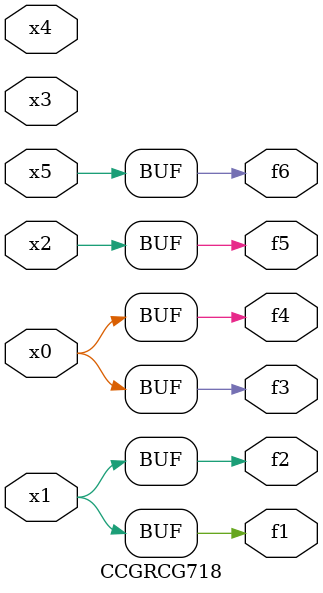
<source format=v>
module CCGRCG718(
	input x0, x1, x2, x3, x4, x5,
	output f1, f2, f3, f4, f5, f6
);
	assign f1 = x1;
	assign f2 = x1;
	assign f3 = x0;
	assign f4 = x0;
	assign f5 = x2;
	assign f6 = x5;
endmodule

</source>
